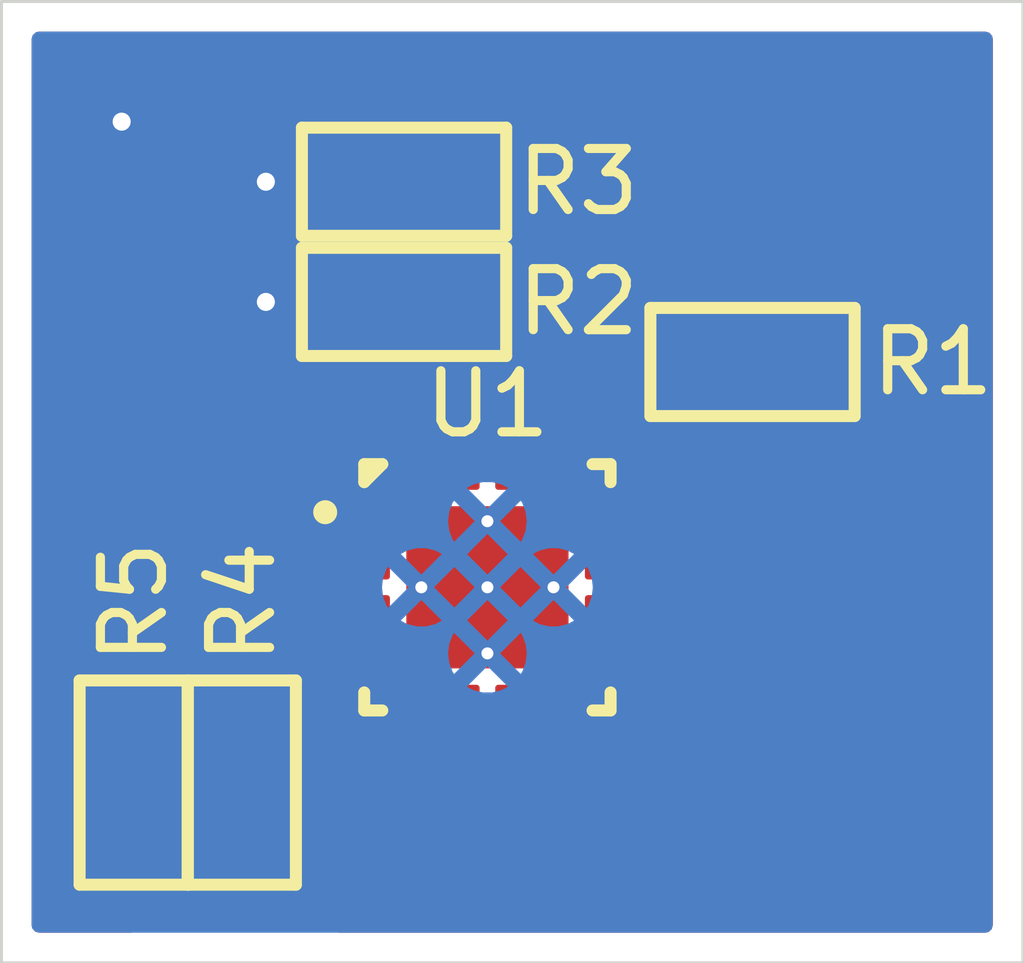
<source format=kicad_pcb>
(kicad_pcb (version 20240108) (generator "pcbnew") (generator_version "8.0")
  (layers (0 "F.Cu" signal) (31 "B.Cu" signal) (34 "B.Paste" user) (35 "F.Paste" user) (36 "B.SilkS" user "B.Silkscreen") (37 "F.SilkS" user "F.Silkscreen") (38 "B.Mask" user) (39 "F.Mask" user) (44 "Edge.Cuts" user))
  (net 0 "")
  (net 1 "/SW")
  (net 2 "VSYS")
  (net 3 "VCC")
  (net 4 "GND")
  (net 5 "/PMIDI")
  (net 6 "/~{PG}")
  (net 7 "/DRV")
  (net 8 "/~{CHG}")
  (footprint "NGCL_Passive:RES0603" (layer "F.Cu") (at 145.7 98)
    (property "Reference" "R3" (at 2.9 0 0) (layer "F.SilkS") (effects (font (size 1.016 1.016) (thickness 0.1524))))
    (property "Value" "10k")
    (fp_line (start -1.7 -0.9) (end 1.7 -0.9) (stroke (width 0.2)) (layer "F.SilkS"))
    (fp_line (start -1.7 0.9) (end -1.7 -0.9) (stroke (width 0.2)) (layer "F.SilkS"))
    (fp_line (start 1.7 -0.9) (end 1.7 0.9) (stroke (width 0.2)) (layer "F.SilkS"))
    (fp_line (start 1.7 0.9) (end -1.7 0.9) (stroke (width 0.2)) (layer "F.SilkS"))
    (pad "1" smd roundrect (at -0.8 0) (size 1.15 1.1) (layers "F.Cu" "F.Paste" "F.Mask") (roundrect_rratio 0) (net 4 "GND"))
    (pad "2" smd roundrect (at 0.8 0) (size 1.15 1.1) (layers "F.Cu" "F.Paste" "F.Mask") (roundrect_rratio 0) (net 5 "/PMIDI"))
  )
  (footprint "NGCL_Passive:RES0603" (layer "F.Cu") (at 145.7 100)
    (property "Reference" "R2" (at 2.9 0 0) (layer "F.SilkS") (effects (font (size 1.016 1.016) (thickness 0.1524))))
    (property "Value" "10k")
    (fp_line (start -1.7 -0.9) (end 1.7 -0.9) (stroke (width 0.2)) (layer "F.SilkS"))
    (fp_line (start -1.7 0.9) (end -1.7 -0.9) (stroke (width 0.2)) (layer "F.SilkS"))
    (fp_line (start 1.7 -0.9) (end 1.7 0.9) (stroke (width 0.2)) (layer "F.SilkS"))
    (fp_line (start 1.7 0.9) (end -1.7 0.9) (stroke (width 0.2)) (layer "F.SilkS"))
    (pad "1" smd roundrect (at -0.8 0) (size 1.15 1.1) (layers "F.Cu" "F.Paste" "F.Mask") (roundrect_rratio 0) (net 4 "GND"))
    (pad "2" smd roundrect (at 0.8 0) (size 1.15 1.1) (layers "F.Cu" "F.Paste" "F.Mask") (roundrect_rratio 0) (net 3 "VCC"))
  )
  (footprint "NGCL_Passive:RES0603" (layer "F.Cu") (at 143 108 90)
    (property "Reference" "R4" (at 3 0 90) (layer "F.SilkS") (effects (font (size 1.016 1.016) (thickness 0.1524))))
    (property "Value" "10k")
    (fp_line (start 1.7 -0.9) (end 1.7 0.9) (stroke (width 0.2)) (layer "F.SilkS"))
    (fp_line (start -1.7 -0.9) (end 1.7 -0.9) (stroke (width 0.2)) (layer "F.SilkS"))
    (fp_line (start 1.7 0.9) (end -1.7 0.9) (stroke (width 0.2)) (layer "F.SilkS"))
    (fp_line (start -1.7 0.9) (end -1.7 -0.9) (stroke (width 0.2)) (layer "F.SilkS"))
    (pad "1" smd roundrect (at -0.8 0 90) (size 1.15 1.1) (layers "F.Cu" "F.Paste" "F.Mask") (roundrect_rratio 0) (net 6 "/~{PG}"))
    (pad "2" smd roundrect (at 0.8 0 90) (size 1.15 1.1) (layers "F.Cu" "F.Paste" "F.Mask") (roundrect_rratio 0) (net 7 "/DRV"))
  )
  (footprint "NGCL_IC-Power:QFN50P410X410X100-24P" (layer "F.Cu") (at 147.0875 104.75)
    (property "Reference" "U1" (at 0 -3.05 0) (layer "F.SilkS") (effects (font (size 1.016 1.016) (thickness 0.1524))))
    (property "Value" "BQ24166")
    (fp_line (start -2.05 -2.05) (end -2.05 -1.75) (stroke (width 0.2)) (layer "F.SilkS"))
    (fp_line (start -2.05 -1.75) (end -1.75 -2.05) (stroke (width 0.2)) (layer "F.SilkS"))
    (fp_line (start -2.05 1.75) (end -2.05 2.05) (stroke (width 0.2)) (layer "F.SilkS"))
    (fp_line (start -2.05 2.05) (end -1.75 2.05) (stroke (width 0.2)) (layer "F.SilkS"))
    (fp_line (start -1.75 -2.05) (end -2.05 -2.05) (stroke (width 0.2)) (layer "F.SilkS"))
    (fp_line (start 1.75 2.05) (end 2.05 2.05) (stroke (width 0.2)) (layer "F.SilkS"))
    (fp_line (start 2.05 -2.05) (end 1.75 -2.05) (stroke (width 0.2)) (layer "F.SilkS"))
    (fp_line (start 2.05 -1.75) (end 2.05 -2.05) (stroke (width 0.2)) (layer "F.SilkS"))
    (fp_line (start 2.05 2.05) (end 2.05 1.75) (stroke (width 0.2)) (layer "F.SilkS"))
    (fp_circle (center -2.7 -1.25) (end -2.6 -1.25) (stroke (width 0.2)) (fill none) (layer "F.SilkS"))
    (pad "1" smd roundrect (at -1.9125 -1.25) (size 0.58 0.24) (layers "F.Cu" "F.Paste" "F.Mask") (roundrect_rratio 0.2083333333))
    (pad "2" smd roundrect (at -1.9125 -0.75) (size 0.58 0.24) (layers "F.Cu" "F.Paste" "F.Mask") (roundrect_rratio 0.2083333333))
    (pad "3" smd roundrect (at -1.9125 -0.25) (size 0.58 0.24) (layers "F.Cu" "F.Paste" "F.Mask") (roundrect_rratio 0.2083333333))
    (pad "4" smd roundrect (at -1.9125 0.25) (size 0.58 0.24) (layers "F.Cu" "F.Paste" "F.Mask") (roundrect_rratio 0.2083333333))
    (pad "5" smd roundrect (at -1.9125 0.75) (size 0.58 0.24) (layers "F.Cu" "F.Paste" "F.Mask") (roundrect_rratio 0.2083333333))
    (pad "6" smd roundrect (at -1.9125 1.25) (size 0.58 0.24) (layers "F.Cu" "F.Paste" "F.Mask") (roundrect_rratio 0.2083333333) (net 7 "/DRV"))
    (pad "7" smd roundrect (at -1.25 1.9125 90) (size 0.58 0.24) (layers "F.Cu" "F.Paste" "F.Mask") (roundrect_rratio 0.2083333333) (net 6 "/~{PG}"))
    (pad "8" smd roundrect (at -0.75 1.9125 90) (size 0.58 0.24) (layers "F.Cu" "F.Paste" "F.Mask") (roundrect_rratio 0.2083333333) (net 8 "/~{CHG}"))
    (pad "9" smd roundrect (at -0.25 1.9125 90) (size 0.58 0.24) (layers "F.Cu" "F.Paste" "F.Mask") (roundrect_rratio 0.2083333333))
    (pad "10" smd roundrect (at 0.25 1.9125 90) (size 0.58 0.24) (layers "F.Cu" "F.Paste" "F.Mask") (roundrect_rratio 0.2083333333))
    (pad "11" smd roundrect (at 0.75 1.9125 90) (size 0.58 0.24) (layers "F.Cu" "F.Paste" "F.Mask") (roundrect_rratio 0.2083333333))
    (pad "12" smd roundrect (at 1.25 1.9125 90) (size 0.58 0.24) (layers "F.Cu" "F.Paste" "F.Mask") (roundrect_rratio 0.2083333333))
    (pad "13" smd roundrect (at 1.9125 1.25 180) (size 0.58 0.24) (layers "F.Cu" "F.Paste" "F.Mask") (roundrect_rratio 0.2083333333))
    (pad "14" smd roundrect (at 1.9125 0.75 180) (size 0.58 0.24) (layers "F.Cu" "F.Paste" "F.Mask") (roundrect_rratio 0.2083333333))
    (pad "15" smd roundrect (at 1.9125 0.25 180) (size 0.58 0.24) (layers "F.Cu" "F.Paste" "F.Mask") (roundrect_rratio 0.2083333333))
    (pad "16" smd roundrect (at 1.9125 -0.25 180) (size 0.58 0.24) (layers "F.Cu" "F.Paste" "F.Mask") (roundrect_rratio 0.2083333333) (net 4 "GND"))
    (pad "17" smd roundrect (at 1.9125 -0.75 180) (size 0.58 0.24) (layers "F.Cu" "F.Paste" "F.Mask") (roundrect_rratio 0.2083333333) (net 4 "GND"))
    (pad "18" smd roundrect (at 1.9125 -1.25 180) (size 0.58 0.24) (layers "F.Cu" "F.Paste" "F.Mask") (roundrect_rratio 0.2083333333) (net 1 "/SW"))
    (pad "19" smd roundrect (at 1.25 -1.9125 270) (size 0.58 0.24) (layers "F.Cu" "F.Paste" "F.Mask") (roundrect_rratio 0.2083333333) (net 2 "VSYS"))
    (pad "20" smd roundrect (at 0.75 -1.9125 270) (size 0.58 0.24) (layers "F.Cu" "F.Paste" "F.Mask") (roundrect_rratio 0.2083333333) (net 5 "/PMIDI"))
    (pad "21" smd roundrect (at 0.25 -1.9125 270) (size 0.58 0.24) (layers "F.Cu" "F.Paste" "F.Mask") (roundrect_rratio 0.2083333333) (net 3 "VCC"))
    (pad "22" smd roundrect (at -0.25 -1.9125 270) (size 0.58 0.24) (layers "F.Cu" "F.Paste" "F.Mask") (roundrect_rratio 0.2083333333))
    (pad "23" smd roundrect (at -0.75 -1.9125 270) (size 0.58 0.24) (layers "F.Cu" "F.Paste" "F.Mask") (roundrect_rratio 0.2083333333))
    (pad "24" smd roundrect (at -1.25 -1.9125 270) (size 0.58 0.24) (layers "F.Cu" "F.Paste" "F.Mask") (roundrect_rratio 0.2083333333))
    (pad "25" thru_hole circle (at -1.1 0) (size 0.3 0.3) (drill 0.2) (layers "*.Cu") (net 4 "GND"))
    (pad "25" thru_hole circle (at 0 -1.1) (size 0.3 0.3) (drill 0.2) (layers "*.Cu") (net 4 "GND"))
    (pad "25" thru_hole circle (at 0 0) (size 0.3 0.3) (drill 0.2) (layers "*.Cu") (net 4 "GND"))
    (pad "25" smd roundrect (at 0 0 270) (size 2.7 2.7) (layers "F.Cu" "F.Paste" "F.Mask") (roundrect_rratio 0.05) (net 4 "GND"))
    (pad "25" thru_hole circle (at 0 1.1) (size 0.3 0.3) (drill 0.2) (layers "*.Cu") (net 4 "GND"))
    (pad "25" thru_hole circle (at 1.1 0) (size 0.3 0.3) (drill 0.2) (layers "*.Cu") (net 4 "GND"))
  )
  (footprint "NGCL_Passive:RES0603" (layer "F.Cu") (at 141.2 108 90)
    (property "Reference" "R5" (at 3 0 90) (layer "F.SilkS") (effects (font (size 1.016 1.016) (thickness 0.1524))))
    (property "Value" "10k")
    (fp_line (start 1.7 -0.9) (end 1.7 0.9) (stroke (width 0.2)) (layer "F.SilkS"))
    (fp_line (start -1.7 -0.9) (end 1.7 -0.9) (stroke (width 0.2)) (layer "F.SilkS"))
    (fp_line (start 1.7 0.9) (end -1.7 0.9) (stroke (width 0.2)) (layer "F.SilkS"))
    (fp_line (start -1.7 0.9) (end -1.7 -0.9) (stroke (width 0.2)) (layer "F.SilkS"))
    (pad "1" smd roundrect (at -0.8 0 90) (size 1.15 1.1) (layers "F.Cu" "F.Paste" "F.Mask") (roundrect_rratio 0) (net 8 "/~{CHG}"))
    (pad "2" smd roundrect (at 0.8 0 90) (size 1.15 1.1) (layers "F.Cu" "F.Paste" "F.Mask") (roundrect_rratio 0) (net 7 "/DRV"))
  )
  (footprint "NGCL_Passive:RES0603" (layer "F.Cu") (at 151.5 101)
    (property "Reference" "R1" (at 3 0 0) (layer "F.SilkS") (effects (font (size 1.016 1.016) (thickness 0.1524))))
    (property "Value" "10k")
    (fp_line (start -1.7 -0.9) (end 1.7 -0.9) (stroke (width 0.2)) (layer "F.SilkS"))
    (fp_line (start -1.7 0.9) (end -1.7 -0.9) (stroke (width 0.2)) (layer "F.SilkS"))
    (fp_line (start 1.7 -0.9) (end 1.7 0.9) (stroke (width 0.2)) (layer "F.SilkS"))
    (fp_line (start 1.7 0.9) (end -1.7 0.9) (stroke (width 0.2)) (layer "F.SilkS"))
    (pad "1" smd roundrect (at -0.8 0) (size 1.15 1.1) (layers "F.Cu" "F.Paste" "F.Mask") (roundrect_rratio 0) (net 2 "VSYS"))
    (pad "2" smd roundrect (at 0.8 0) (size 1.15 1.1) (layers "F.Cu" "F.Paste" "F.Mask") (roundrect_rratio 0) (net 1 "/SW"))
  )
  (gr_line (start 156 111) (end 156 95) (stroke (width 0.05)) (layer "Edge.Cuts"))
  (gr_line (start 139 95) (end 139 111) (stroke (width 0.05)) (layer "Edge.Cuts"))
  (gr_line (start 156 95) (end 139 95) (stroke (width 0.05)) (layer "Edge.Cuts"))
  (gr_line (start 139 111) (end 156 111) (stroke (width 0.05)) (layer "Edge.Cuts"))
  (segment (start 149 103.5) (end 151.5 103.5) (width 0.2) (layer "F.Cu") (net 1))
  (segment (start 152.3 102.7) (end 152.3 101) (width 0.2) (layer "F.Cu") (net 1))
  (segment (start 151.5 103.5) (end 152.3 102.7) (width 0.2) (layer "F.Cu") (net 1))
  (segment (start 148.3375 101.4625) (end 148.8 101) (width 0.2) (layer "F.Cu") (net 2))
  (segment (start 148.8 101) (end 150.7 101) (width 0.2) (layer "F.Cu") (net 2))
  (segment (start 148.3375 102.8375) (end 148.3375 101.4625) (width 0.2) (layer "F.Cu") (net 2))
  (segment (start 146.5 100) (end 147.3375 100.8375) (width 0.2) (layer "F.Cu") (net 3))
  (segment (start 147.3375 100.8375) (end 147.3375 102.8375) (width 0.2) (layer "F.Cu") (net 3))
  (segment (start 143.4 98) (end 144.9 98) (width 0.2) (layer "F.Cu") (net 4))
  (segment (start 144.9 100) (end 143.4 100) (width 0.2) (layer "F.Cu") (net 4))
  (via (at 141 97) (size 0.6) (drill 0.3) (layers "F.Cu" "B.Cu") (net 4))
  (via (at 143.4 100) (size 0.6) (drill 0.3) (layers "F.Cu" "B.Cu") (net 4))
  (via (at 143.4 98) (size 0.6) (drill 0.3) (layers "F.Cu" "B.Cu") (net 4))
  (segment (start 146.5 98) (end 147.8375 99.3375) (width 0.2) (layer "F.Cu") (net 5))
  (segment (start 147.8375 99.3375) (end 147.8375 102.8375) (width 0.2) (layer "F.Cu") (net 5))
  (segment (start 144.6 108.8) (end 145.8375 107.5625) (width 0.2) (layer "F.Cu") (net 6))
  (segment (start 145.8375 107.5625) (end 145.8375 106.6625) (width 0.2) (layer "F.Cu") (net 6))
  (segment (start 143 108.8) (end 144.6 108.8) (width 0.2) (layer "F.Cu") (net 6))
  (segment (start 144.2 106) (end 143 107.2) (width 0.2) (layer "F.Cu") (net 7))
  (segment (start 141.2 107.2) (end 143 107.2) (width 0.2) (layer "F.Cu") (net 7))
  (segment (start 145.175 106) (end 144.2 106) (width 0.2) (layer "F.Cu") (net 7))
  (segment (start 143.965686 110) (end 141.8 110) (width 0.2) (layer "F.Cu") (net 8))
  (segment (start 141.2 109.4) (end 141.2 108.8) (width 0.2) (layer "F.Cu") (net 8))
  (segment (start 141.8 110) (end 141.2 109.4) (width 0.2) (layer "F.Cu") (net 8))
  (segment (start 146.3375 107.628186) (end 143.965686 110) (width 0.2) (layer "F.Cu") (net 8))
  (segment (start 146.3375 106.6625) (end 146.3375 107.628186) (width 0.2) (layer "F.Cu") (net 8))
  (zone (net 4) (net_name "GND") (layer "F.Cu") (connect_pads (clearance 0.5)) (min_thickness 0.25) (fill yes (thermal_gap 0.5) (thermal_bridge_width 0.5))
    (polygon (pts (xy 139 95) (xy 156 95) (xy 156 111) (xy 139 111)))
  )
  (zone (net 4) (net_name "GND") (layer "B.Cu") (priority 1) (connect_pads (clearance 0.5)) (min_thickness 0.25) (fill yes (thermal_gap 0.5) (thermal_bridge_width 0.5))
    (polygon (pts (xy 139 95) (xy 156 95) (xy 156 111) (xy 139 111)))
  )
)
</source>
